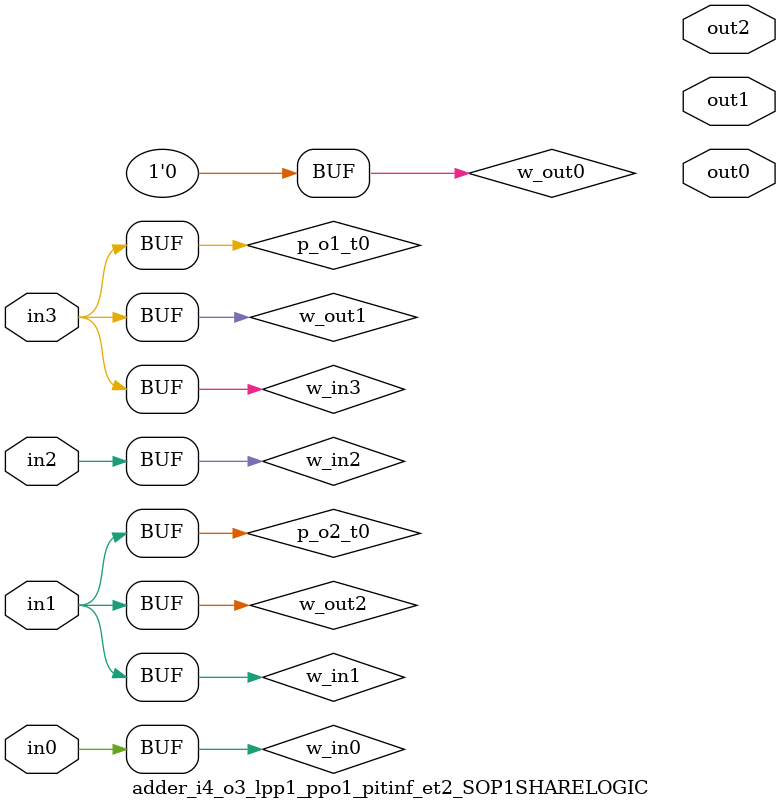
<source format=v>
module adder_i4_o3_lpp1_ppo1_pitinf_et2_SOP1SHARELOGIC (in0, in1, in2, in3, out0, out1, out2);
// declaring inputs
input in0,  in1,  in2,  in3;
// declaring outputs
output out0,  out1,  out2;
// JSON model input
wire w_in3, w_in2, w_in1, w_in0;
// JSON model output
wire w_g19, w_g26, w_g27;
//json model
wire p_o0_t0, p_o1_t0, p_o2_t0;
// JSON model input assign
assign w_in3 = in3;
assign w_in2 = in2;
assign w_in1 = in1;
assign w_in0 = in0;
//json model assigns (approximated/XPATed part)
assign w_out0 = 0;
assign p_o1_t0 = w_in3;
assign w_out1 = p_o1_t0;
assign p_o2_t0 = w_in1;
assign w_out2 = p_o2_t0;
endmodule
</source>
